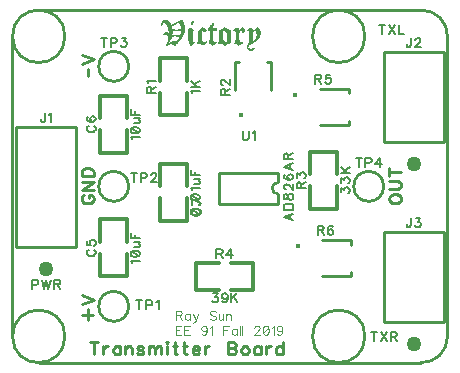
<source format=gbr>
G04 DipTrace 3.3.1.3*
G04 TopSilk.gbr*
%MOIN*%
G04 #@! TF.FileFunction,Legend,Top*
G04 #@! TF.Part,Single*
%ADD10C,0.009843*%
%ADD12C,0.003*%
%ADD16C,0.01*%
%ADD19C,0.012*%
%ADD22C,0.05*%
%ADD25C,0.015748*%
%ADD28C,0.015761*%
%ADD59C,0.006562*%
%ADD60C,0.008749*%
%ADD61C,0.004632*%
%FSLAX26Y26*%
G04*
G70*
G90*
G75*
G01*
G04 TopSilk*
%LPD*%
X305000Y300000D2*
D19*
Y374993D1*
X395000Y300000D2*
Y374993D1*
Y415007D2*
Y490000D1*
X305000Y415007D2*
Y490000D1*
X395000Y300000D2*
X305000D1*
X395000Y490000D2*
X305000D1*
Y712500D2*
Y787493D1*
X395000Y712500D2*
Y787493D1*
Y827507D2*
Y902500D1*
X305000Y827507D2*
Y902500D1*
X395000Y712500D2*
X305000D1*
X395000Y902500D2*
X305000D1*
X595000Y675000D2*
Y600007D1*
X505000Y675000D2*
Y600007D1*
Y559993D2*
Y485000D1*
X595000Y559993D2*
Y485000D1*
X505000Y675000D2*
X595000D1*
X505000Y485000D2*
X595000D1*
D22*
X125000Y324213D3*
X25000Y399213D2*
D10*
X225000D1*
Y799213D1*
X25000D1*
Y399213D1*
D22*
X1350000Y674213D3*
X1250000Y749213D2*
D10*
X1450000D1*
Y1049213D1*
X1250000D1*
Y749213D1*
D22*
X1350000Y74213D3*
X1250000Y149213D2*
D10*
X1450000D1*
Y449213D1*
X1250000D1*
Y149213D1*
X505000Y837500D2*
D19*
Y912493D1*
X595000Y837500D2*
Y912493D1*
Y952507D2*
Y1027500D1*
X505000Y952507D2*
Y1027500D1*
X595000Y837500D2*
X505000D1*
X595000Y1027500D2*
X505000D1*
X755309Y919629D2*
D10*
Y1015680D1*
X873431Y919629D2*
X873419Y1015680D1*
X755321D2*
X769091Y1015700D1*
X873431Y1015680D2*
X859649Y1015700D1*
D25*
X775000Y838405D3*
X1005000Y525000D2*
D19*
Y599993D1*
X1095000Y525000D2*
Y599993D1*
Y640007D2*
Y715000D1*
X1005000Y640007D2*
Y715000D1*
X1095000Y525000D2*
X1005000D1*
X1095000Y715000D2*
X1005000D1*
X625000Y345000D2*
X699993D1*
X625000Y255000D2*
X699993D1*
X740007D2*
X815000D1*
X740007Y345000D2*
X815000D1*
X625000Y255000D2*
Y345000D1*
X815000Y255000D2*
Y345000D1*
X1036952Y923431D2*
D10*
X1133003D1*
X1036952Y805309D2*
X1133003Y805321D1*
Y923419D2*
X1133023Y909649D1*
X1133003Y805309D2*
X1133023Y819091D1*
D28*
X955728Y903740D3*
X1044629Y419691D2*
D10*
X1140680D1*
X1044629Y301569D2*
X1140680Y301581D1*
Y419679D2*
X1140700Y405909D1*
X1140680Y301569D2*
X1140700Y315351D1*
D28*
X963405Y400000D3*
X300000Y200000D2*
D10*
G02X300000Y200000I50000J0D01*
G01*
Y600000D2*
G02X300000Y600000I50000J0D01*
G01*
Y1000000D2*
G02X300000Y1000000I50000J0D01*
G01*
X1150000Y600000D2*
G02X1150000Y600000I50000J0D01*
G01*
X898427Y644889D2*
X701573D1*
X898427Y542513D2*
X701573D1*
Y644889D2*
Y542513D1*
X898427Y613395D2*
Y644889D1*
Y574006D2*
Y542513D1*
Y613395D2*
G03X898427Y574006I9J-19694D01*
G01*
X100000Y12500D2*
D16*
X1375000D1*
X1350000D1*
X1462500Y100000D2*
Y1100000D1*
X1375000Y1187500D2*
X100000D1*
X12500Y1100000D2*
Y100000D1*
Y1100000D2*
G02X12500Y1100000I87500J0D01*
G01*
X1012500D2*
G02X1012500Y1100000I87500J0D01*
G01*
X12500Y100000D2*
G02X12500Y100000I87500J0D01*
G01*
X1462500Y1100000D2*
G03X1375000Y1187500I-85417J2083D01*
G01*
X1012500Y100000D2*
G02X1012500Y100000I87500J0D01*
G01*
X1375000Y12500D2*
G03X1462500Y100000I2083J85417D01*
G01*
X516781Y1155719D2*
D12*
X524281D1*
X514646Y1154219D2*
X526980D1*
X572281D2*
X576781D1*
X512913Y1152719D2*
X529305D1*
X569281D2*
X577351D1*
X511613Y1151219D2*
X531116D1*
X566281D2*
X577995D1*
X609781D2*
X615781D1*
X510645Y1149719D2*
X532494D1*
X563281D2*
X578692D1*
X609549D2*
X614799D1*
X509924Y1148219D2*
X533662D1*
X560281D2*
X579421D1*
X609177D2*
X613799D1*
X509350Y1146719D2*
X512344D1*
X519781D2*
X534746D1*
X557287D2*
X561838D1*
X568019D2*
X580160D1*
X608783D2*
X612774D1*
X508805Y1145219D2*
X511095D1*
X521281D2*
X535710D1*
X554339D2*
X559030D1*
X568443D2*
X580902D1*
X608463D2*
X611781D1*
X508339Y1143719D2*
X510204D1*
X522775D2*
X536575D1*
X551519D2*
X556390D1*
X569029D2*
X581597D1*
X608092D2*
X610735D1*
X678781D2*
X680281D1*
X508043Y1142219D2*
X509696D1*
X524222D2*
X537416D1*
X548764D2*
X553774D1*
X569703D2*
X582157D1*
X607512D2*
X609548D1*
X677338D2*
X680281D1*
X507884Y1140719D2*
X509440D1*
X525525D2*
X538313D1*
X545689D2*
X551042D1*
X570424D2*
X582546D1*
X606781D2*
X608281D1*
X676030D2*
X680275D1*
X507781Y1139219D2*
X509281D1*
X526607D2*
X539281D1*
X541948D2*
X548245D1*
X571162D2*
X582907D1*
X674890D2*
X680222D1*
X527479Y1137719D2*
X545617D1*
X571903D2*
X583341D1*
X673774D2*
X680031D1*
X528161Y1136219D2*
X543508D1*
X572597D2*
X583757D1*
X672536D2*
X679672D1*
X528719Y1134719D2*
X541898D1*
X573151D2*
X584030D1*
X671175D2*
X679287D1*
X529266Y1133219D2*
X541391D1*
X573494D2*
X584173D1*
X669745D2*
X679026D1*
X529782Y1131719D2*
X541571D1*
X573716D2*
X584238D1*
X668324D2*
X678886D1*
X530267Y1130219D2*
X541851D1*
X573970D2*
X584265D1*
X644281D2*
X645781D1*
X667031D2*
X678820D1*
X717781D2*
X719281D1*
X759781D2*
D3*
X779281D2*
D3*
X804781D2*
D3*
X828781D2*
D3*
X530778Y1128719D2*
X542089D1*
X574315D2*
X584275D1*
X602281D2*
X606781D1*
X642543D2*
X648262D1*
X665952D2*
X690781D1*
X715467D2*
X721594D1*
X757588D2*
X761281D1*
X777268D2*
X780781D1*
X802588D2*
X806281D1*
X826588D2*
X830281D1*
X531230Y1127219D2*
X542335D1*
X574688D2*
X584279D1*
X600787D2*
X608794D1*
X640619D2*
X650751D1*
X665088D2*
X690781D1*
X712851D2*
X724216D1*
X755658D2*
X762719D1*
X775310D2*
X781588D1*
X800658D2*
X807718D1*
X824652D2*
X831211D1*
X531525Y1125719D2*
X542643D1*
X572933D2*
X584280D1*
X599351D2*
X610744D1*
X638545D2*
X653153D1*
X664455D2*
X690781D1*
X709943D2*
X727178D1*
X753940D2*
X763986D1*
X773411D2*
X782652D1*
X798945D2*
X808967D1*
X822881D2*
X832066D1*
X531728Y1124219D2*
X547868D1*
X566545D2*
X584281D1*
X598160D2*
X612552D1*
X636482D2*
X655088D1*
X664061D2*
X690781D1*
X706988D2*
X730323D1*
X752343D2*
X764973D1*
X771300D2*
X783869D1*
X797406D2*
X809858D1*
X821081D2*
X832870D1*
X531987Y1122719D2*
X556118D1*
X556359D2*
X584281D1*
X597268D2*
X614281D1*
X634707D2*
X656507D1*
X669781D2*
X678781D1*
X704502D2*
X733169D1*
X750803D2*
X765781D1*
X768706D2*
X784964D1*
X796099D2*
X810366D1*
X819069D2*
X833641D1*
X532373Y1121219D2*
X570781D1*
X575224D2*
X584275D1*
X597354D2*
X613299D1*
X633288D2*
X656601D1*
X669781D2*
X678781D1*
X702572D2*
X711781D1*
X714480D2*
X735522D1*
X749281D2*
X750781D1*
X753492D2*
X770281D1*
X775019D2*
X785806D1*
X795096D2*
X795781D1*
X798486D2*
X810622D1*
X816702D2*
X834395D1*
X532769Y1119719D2*
X543781D1*
X548281D2*
X566281D1*
X575031D2*
X584222D1*
X598005D2*
X612305D1*
X632768D2*
X655992D1*
X669781D2*
X678781D1*
X701901D2*
X711781D1*
X718293D2*
X736578D1*
X754422D2*
X768844D1*
X775449D2*
X785689D1*
X794281D2*
D3*
X799369D2*
X810781D1*
X813886D2*
X816781D1*
X823019D2*
X835095D1*
X533034Y1118219D2*
X543781D1*
X574672D2*
X584031D1*
X598583D2*
X611339D1*
X632488D2*
X641281D1*
X647281D2*
X655362D1*
X669781D2*
X678781D1*
X701542D2*
X711781D1*
X721487D2*
X736954D1*
X755115D2*
X767595D1*
X776087D2*
X784755D1*
X799924D2*
X815287D1*
X823443D2*
X835650D1*
X533169Y1116719D2*
X543775D1*
X574287D2*
X583666D1*
X598951D2*
X610595D1*
X632362D2*
X641281D1*
X650281D2*
X654781D1*
X669781D2*
X678781D1*
X701382D2*
X711781D1*
X723872D2*
X737147D1*
X755718D2*
X766704D1*
X776954D2*
X783559D1*
X800359D2*
X813845D1*
X824023D2*
X835987D1*
X533176Y1115219D2*
X543722D1*
X574020D2*
X583229D1*
X599141D2*
X610154D1*
X632311D2*
X641281D1*
X669781D2*
X678781D1*
X701318D2*
X711781D1*
X725644D2*
X737230D1*
X756208D2*
X766198D1*
X778061D2*
X782200D1*
X800824D2*
X812595D1*
X824650D2*
X836157D1*
X519781Y1113719D2*
X527281D1*
X532970D2*
X543531D1*
X573828D2*
X582776D1*
X599226D2*
X609937D1*
X632291D2*
X641281D1*
X669781D2*
X678781D1*
X701294D2*
X711781D1*
X726235D2*
X737263D1*
X756512D2*
X765953D1*
X779281D2*
X780781D1*
X801250D2*
X811704D1*
X825227D2*
X836232D1*
X518163Y1112219D2*
X530984D1*
X532468D2*
X543172D1*
X573573D2*
X582272D1*
X599260D2*
X609841D1*
X632284D2*
X641281D1*
X669781D2*
X678781D1*
X701285D2*
X711781D1*
X726551D2*
X737275D1*
X756667D2*
X765847D1*
X801528D2*
X811198D1*
X825744D2*
X836263D1*
X516914Y1110719D2*
X542787D1*
X573182D2*
X581771D1*
X599274D2*
X609803D1*
X632282D2*
X641281D1*
X669781D2*
X678781D1*
X701282D2*
X711781D1*
X726692D2*
X737279D1*
X756736D2*
X765805D1*
X801672D2*
X810953D1*
X826268D2*
X836274D1*
X516005Y1109219D2*
X542526D1*
X572734D2*
X581286D1*
X599278D2*
X609789D1*
X632281D2*
X641281D1*
X669781D2*
X678781D1*
X701281D2*
X711781D1*
X726748D2*
X737280D1*
X756764D2*
X765789D1*
X801738D2*
X810847D1*
X826727D2*
X836273D1*
X515281Y1107719D2*
X516781D1*
X525781D2*
X542386D1*
X572272D2*
X580719D1*
X599280D2*
X609784D1*
X632281D2*
X641281D1*
X669781D2*
X678781D1*
X701281D2*
X711781D1*
X726769D2*
X737281D1*
X756775D2*
X765784D1*
X801765D2*
X810805D1*
X827013D2*
X836222D1*
X527275Y1106219D2*
X542320D1*
X571715D2*
X580023D1*
X599281D2*
X609782D1*
X632281D2*
X641281D1*
X669781D2*
X678781D1*
X701281D2*
X711781D1*
X726777D2*
X737281D1*
X756779D2*
X765782D1*
X801775D2*
X810789D1*
X827110D2*
X836031D1*
X528716Y1104719D2*
X542281D1*
X546781D2*
X561781D1*
X571031D2*
X579177D1*
X599281D2*
X609781D1*
X632281D2*
X641281D1*
X669781D2*
X678781D1*
X701281D2*
X711781D1*
X726780D2*
X737281D1*
X756780D2*
X765781D1*
X801779D2*
X810784D1*
X826987D2*
X835666D1*
X529967Y1103219D2*
X568484D1*
X570206D2*
X578225D1*
X599281D2*
X609781D1*
X632281D2*
X641281D1*
X669781D2*
X678781D1*
X701281D2*
X711781D1*
X726780D2*
X737281D1*
X756781D2*
X765781D1*
X801780D2*
X810782D1*
X826650D2*
X835223D1*
X530858Y1101719D2*
X546108D1*
X560954D2*
X577268D1*
X599281D2*
X609781D1*
X632281D2*
X641281D1*
X669781D2*
X678781D1*
X701281D2*
X711781D1*
X726781D2*
X737281D1*
X756781D2*
X765781D1*
X801781D2*
X810781D1*
X826223D2*
X834717D1*
X531364Y1100219D2*
X543284D1*
X565375D2*
X576283D1*
X599281D2*
X609781D1*
X632281D2*
X641281D1*
X669781D2*
X678781D1*
X701281D2*
X711781D1*
X726781D2*
X737281D1*
X756781D2*
X765781D1*
X801781D2*
X810781D1*
X825768D2*
X834022D1*
X531609Y1098719D2*
X541145D1*
X569281D2*
X575267D1*
X599281D2*
X609781D1*
X632281D2*
X641281D1*
X669781D2*
X678781D1*
X701281D2*
X711781D1*
X726781D2*
X737281D1*
X756781D2*
X765781D1*
X801781D2*
X810781D1*
X825218D2*
X833156D1*
X531715Y1097219D2*
X540177D1*
X568351D2*
X574278D1*
X599281D2*
X609781D1*
X632281D2*
X641281D1*
X669781D2*
X678781D1*
X701281D2*
X711781D1*
X726781D2*
X737281D1*
X756781D2*
X765781D1*
X801781D2*
X810781D1*
X824573D2*
X832234D1*
X531757Y1095719D2*
X539452D1*
X567495D2*
X573230D1*
X599281D2*
X609781D1*
X632281D2*
X641281D1*
X669781D2*
X678781D1*
X701281D2*
X711781D1*
X726781D2*
X737281D1*
X756781D2*
X765781D1*
X801781D2*
X810781D1*
X823868D2*
X831214D1*
X531772Y1094219D2*
X538787D1*
X566692D2*
X572025D1*
X599281D2*
X609781D1*
X632281D2*
X641281D1*
X669781D2*
X678781D1*
X701281D2*
X711781D1*
X726781D2*
X737281D1*
X756775D2*
X765781D1*
X801781D2*
X810781D1*
X823090D2*
X830014D1*
X531772Y1092719D2*
X538098D1*
X565915D2*
X570728D1*
X599281D2*
X609781D1*
X632275D2*
X641281D1*
X669775D2*
X678781D1*
X701281D2*
X711781D1*
X726781D2*
X737281D1*
X756722D2*
X765781D1*
X801781D2*
X810781D1*
X822205D2*
X828661D1*
X531721Y1091219D2*
X537382D1*
X565102D2*
X569487D1*
X599281D2*
X609781D1*
X632222D2*
X641281D1*
X669722D2*
X678781D1*
X701281D2*
X711787D1*
X726781D2*
X737281D1*
X756531D2*
X765781D1*
X801781D2*
X810781D1*
X821236D2*
X827178D1*
X531531Y1089719D2*
X536646D1*
X564158D2*
X568373D1*
X599281D2*
X609781D1*
X632031D2*
X641293D1*
X669531D2*
X678787D1*
X701281D2*
X711851D1*
X726781D2*
X737281D1*
X756172D2*
X765787D1*
X801775D2*
X810781D1*
X820260D2*
X825514D1*
X531166Y1088219D2*
X535897D1*
X563041D2*
X567269D1*
X599281D2*
X609787D1*
X631672D2*
X641410D1*
X669166D2*
X678851D1*
X701275D2*
X712009D1*
X726781D2*
X737281D1*
X755781D2*
X765845D1*
X801722D2*
X810787D1*
X819156D2*
X823660D1*
X530729Y1086719D2*
X535101D1*
X561845D2*
X566034D1*
X599287D2*
X609839D1*
X631281D2*
X641691D1*
X668723D2*
X679009D1*
X701216D2*
X712792D1*
X726781D2*
X737281D1*
X755467D2*
X766101D1*
X801531D2*
X810844D1*
X817641D2*
X821727D1*
X530270Y1085219D2*
X534209D1*
X560561D2*
X564674D1*
X599339D2*
X610032D1*
X630961D2*
X643134D1*
X668217D2*
X679919D1*
X700972D2*
X714805D1*
X726775D2*
X737275D1*
X755131D2*
X766587D1*
X801172D2*
X811076D1*
X815457D2*
X819769D1*
X529719Y1083719D2*
X533237D1*
X543781D2*
X555781D1*
X559026D2*
X563244D1*
X599531D2*
X610404D1*
X630573D2*
X645392D1*
X657781D2*
X659281D1*
X667534D2*
X681310D1*
X700421D2*
X717524D1*
X726718D2*
X737205D1*
X754651D2*
X767966D1*
X800787D2*
X811588D1*
X812555D2*
X817713D1*
X529074Y1082219D2*
X532272D1*
X540314D2*
X561824D1*
X599890D2*
X610850D1*
X617281D2*
X618781D1*
X629905D2*
X648402D1*
X656281D2*
X657960D1*
X666796D2*
X683007D1*
X689281D2*
X690781D1*
X699660D2*
X720807D1*
X726486D2*
X737029D1*
X754004D2*
X769859D1*
X777781D2*
X779281D1*
X800520D2*
X815521D1*
X528374Y1080719D2*
X531289D1*
X537199D2*
X560525D1*
X600280D2*
X611281D1*
X614375D2*
X617455D1*
X628919D2*
X651781D1*
X654781D2*
X656445D1*
X666208D2*
X684781D1*
X687781D2*
X689460D1*
X698930D2*
X724454D1*
X725973D2*
X736112D1*
X753197D2*
X772217D1*
X774078D2*
X777955D1*
X800322D2*
X813177D1*
X527643Y1079219D2*
X530314D1*
X534140D2*
X559388D1*
X600601D2*
X615886D1*
X627781D2*
X654878D1*
X666265D2*
X687945D1*
X698281D2*
X733911D1*
X752281D2*
X776386D1*
X800015D2*
X810725D1*
X526897Y1077719D2*
X529486D1*
X530813D2*
X558274D1*
X600989D2*
X614129D1*
X633669D2*
X653328D1*
X668594D2*
X686373D1*
X704737D2*
X731224D1*
X755275D2*
X774623D1*
X799432D2*
X808268D1*
X526110Y1076219D2*
X557036D1*
X601662D2*
X612219D1*
X638147D2*
X651801D1*
X671273D2*
X684765D1*
X709834D2*
X728355D1*
X758218D2*
X772656D1*
X798619D2*
X805789D1*
X525236Y1074719D2*
X533281D1*
X544729D2*
X555675D1*
X602680D2*
X610303D1*
X641473D2*
X650288D1*
X673976D2*
X683006D1*
X713694D2*
X725592D1*
X760986D2*
X770509D1*
X797720D2*
X803332D1*
X524281Y1073219D2*
X530281D1*
X548177D2*
X554242D1*
X603934D2*
X608506D1*
X644281D2*
X648781D1*
X676462D2*
X680981D1*
X716683D2*
X723097D1*
X763473D2*
X768199D1*
X796715D2*
X801092D1*
X525781Y1071719D2*
X527281D1*
X551281D2*
X552781D1*
X605281D2*
X606781D1*
X678781D2*
D3*
X719281D2*
X720781D1*
X765781D2*
D3*
X795576D2*
X799159D1*
X794481Y1070219D2*
X797501D1*
X793659Y1068719D2*
X796156D1*
X793181Y1067219D2*
X795075D1*
X792953Y1065719D2*
X794731D1*
X792910Y1064219D2*
X794603D1*
X793119Y1062719D2*
X795103D1*
X813781D2*
X816781D1*
X793567Y1061219D2*
X796249D1*
X812531D2*
X816480D1*
X794726Y1059719D2*
X799142D1*
X811015D2*
X815977D1*
X796239Y1058219D2*
X803669D1*
X809281D2*
X814617D1*
X798148Y1056719D2*
X812826D1*
X800281Y1055219D2*
X810781D1*
X516781Y1155719D2*
X514646Y1154219D1*
X512913Y1152719D1*
X511613Y1151219D1*
X510645Y1149719D1*
X509924Y1148219D1*
X509350Y1146719D1*
X508805Y1145219D1*
X508339Y1143719D1*
X508043Y1142219D1*
X507884Y1140719D1*
X507781Y1139219D1*
X524281Y1155719D2*
X526980Y1154219D1*
X529305Y1152719D1*
X531116Y1151219D1*
X532494Y1149719D1*
X533662Y1148219D1*
X534746Y1146719D1*
X535710Y1145219D1*
X536575Y1143719D1*
X537416Y1142219D1*
X538313Y1140719D1*
X539281Y1139219D1*
X572281Y1154219D2*
X569281Y1152719D1*
X566281Y1151219D1*
X563281Y1149719D1*
X560281Y1148219D1*
X557287Y1146719D1*
X554339Y1145219D1*
X551519Y1143719D1*
X548764Y1142219D1*
X545689Y1140719D1*
X541948Y1139219D1*
X537781Y1137719D1*
X576781Y1154219D2*
X577351Y1152719D1*
X577995Y1151219D1*
X578692Y1149719D1*
X579421Y1148219D1*
X580160Y1146719D1*
X580902Y1145219D1*
X581597Y1143719D1*
X582157Y1142219D1*
X582546Y1140719D1*
X582907Y1139219D1*
X583341Y1137719D1*
X583757Y1136219D1*
X584030Y1134719D1*
X584173Y1133219D1*
X584238Y1131719D1*
X584265Y1130219D1*
X584275Y1128719D1*
X584279Y1127219D1*
X584280Y1125719D1*
X584281Y1124219D1*
Y1122719D1*
X584275Y1121219D1*
X584222Y1119719D1*
X584031Y1118219D1*
X583666Y1116719D1*
X583229Y1115219D1*
X582776Y1113719D1*
X582272Y1112219D1*
X581771Y1110719D1*
X581286Y1109219D1*
X580719Y1107719D1*
X580023Y1106219D1*
X579177Y1104719D1*
X578225Y1103219D1*
X577268Y1101719D1*
X576283Y1100219D1*
X575267Y1098719D1*
X574278Y1097219D1*
X573230Y1095719D1*
X572025Y1094219D1*
X570728Y1092719D1*
X569487Y1091219D1*
X568373Y1089719D1*
X567269Y1088219D1*
X566034Y1086719D1*
X564674Y1085219D1*
X563244Y1083719D1*
X561824Y1082219D1*
X560525Y1080719D1*
X559388Y1079219D1*
X558274Y1077719D1*
X557036Y1076219D1*
X555675Y1074719D1*
X554242Y1073219D1*
X552781Y1071719D1*
X609781Y1151219D2*
X609549Y1149719D1*
X609177Y1148219D1*
X608783Y1146719D1*
X608463Y1145219D1*
X608092Y1143719D1*
X607512Y1142219D1*
X606781Y1140719D1*
X615781Y1151219D2*
X614799Y1149719D1*
X613799Y1148219D1*
X612774Y1146719D1*
X611781Y1145219D1*
X610735Y1143719D1*
X609548Y1142219D1*
X608281Y1140719D1*
X513781Y1148219D2*
X512344Y1146719D1*
X511095Y1145219D1*
X510204Y1143719D1*
X509696Y1142219D1*
X509440Y1140719D1*
X509281Y1139219D1*
X518281Y1148219D2*
X519781Y1146719D1*
X521281Y1145219D1*
X522775Y1143719D1*
X524222Y1142219D1*
X525525Y1140719D1*
X526607Y1139219D1*
X527479Y1137719D1*
X528161Y1136219D1*
X528719Y1134719D1*
X529266Y1133219D1*
X529782Y1131719D1*
X530267Y1130219D1*
X530778Y1128719D1*
X531230Y1127219D1*
X531525Y1125719D1*
X531728Y1124219D1*
X531987Y1122719D1*
X532373Y1121219D1*
X532769Y1119719D1*
X533034Y1118219D1*
X533169Y1116719D1*
X533176Y1115219D1*
X532970Y1113719D1*
X532468Y1112219D1*
X531781Y1110719D1*
X564781Y1148219D2*
X561838Y1146719D1*
X559030Y1145219D1*
X556390Y1143719D1*
X553774Y1142219D1*
X551042Y1140719D1*
X548245Y1139219D1*
X545617Y1137719D1*
X543508Y1136219D1*
X541898Y1134719D1*
X541391Y1133219D1*
X541571Y1131719D1*
X541851Y1130219D1*
X542089Y1128719D1*
X542335Y1127219D1*
X542643Y1125719D1*
X547868Y1124219D1*
X556118Y1122719D1*
X566281Y1121219D1*
X567781Y1148219D2*
X568019Y1146719D1*
X568443Y1145219D1*
X569029Y1143719D1*
X569703Y1142219D1*
X570424Y1140719D1*
X571162Y1139219D1*
X571903Y1137719D1*
X572597Y1136219D1*
X573151Y1134719D1*
X573494Y1133219D1*
X573716Y1131719D1*
X573970Y1130219D1*
X574315Y1128719D1*
X574688Y1127219D1*
X572933Y1125719D1*
X566545Y1124219D1*
X556359Y1122719D1*
X543781Y1121219D1*
X678781Y1143719D2*
X677338Y1142219D1*
X676030Y1140719D1*
X674890Y1139219D1*
X673774Y1137719D1*
X672536Y1136219D1*
X671175Y1134719D1*
X669745Y1133219D1*
X668324Y1131719D1*
X667031Y1130219D1*
X665952Y1128719D1*
X665088Y1127219D1*
X664455Y1125719D1*
X664061Y1124219D1*
X663781Y1122719D1*
X669781D1*
Y1121219D1*
Y1119719D1*
Y1118219D1*
Y1116719D1*
Y1115219D1*
Y1113719D1*
Y1112219D1*
Y1110719D1*
Y1109219D1*
Y1107719D1*
Y1106219D1*
Y1104719D1*
Y1103219D1*
Y1101719D1*
Y1100219D1*
Y1098719D1*
Y1097219D1*
Y1095719D1*
Y1094219D1*
X669775Y1092719D1*
X669722Y1091219D1*
X669531Y1089719D1*
X669166Y1088219D1*
X668723Y1086719D1*
X668217Y1085219D1*
X667534Y1083719D1*
X666796Y1082219D1*
X666208Y1080719D1*
X666265Y1079219D1*
X668594Y1077719D1*
X671273Y1076219D1*
X673976Y1074719D1*
X676462Y1073219D1*
X678781Y1071719D1*
X680281Y1143719D2*
Y1142219D1*
X680275Y1140719D1*
X680222Y1139219D1*
X680031Y1137719D1*
X679672Y1136219D1*
X679287Y1134719D1*
X679026Y1133219D1*
X678886Y1131719D1*
X678820Y1130219D1*
X678781Y1128719D1*
X690781D1*
Y1127219D1*
Y1125719D1*
Y1124219D1*
Y1122719D1*
X678781D1*
Y1121219D1*
Y1119719D1*
Y1118219D1*
Y1116719D1*
Y1115219D1*
Y1113719D1*
Y1112219D1*
Y1110719D1*
Y1109219D1*
Y1107719D1*
Y1106219D1*
Y1104719D1*
Y1103219D1*
Y1101719D1*
Y1100219D1*
Y1098719D1*
Y1097219D1*
Y1095719D1*
Y1094219D1*
Y1092719D1*
Y1091219D1*
X678787Y1089719D1*
X678851Y1088219D1*
X679009Y1086719D1*
X679919Y1085219D1*
X681310Y1083719D1*
X683007Y1082219D1*
X684781Y1080719D1*
X644281Y1130219D2*
X642543Y1128719D1*
X640619Y1127219D1*
X638545Y1125719D1*
X636482Y1124219D1*
X634707Y1122719D1*
X633288Y1121219D1*
X632768Y1119719D1*
X632488Y1118219D1*
X632362Y1116719D1*
X632311Y1115219D1*
X632291Y1113719D1*
X632284Y1112219D1*
X632282Y1110719D1*
X632281Y1109219D1*
Y1107719D1*
Y1106219D1*
Y1104719D1*
Y1103219D1*
Y1101719D1*
Y1100219D1*
Y1098719D1*
Y1097219D1*
Y1095719D1*
Y1094219D1*
X632275Y1092719D1*
X632222Y1091219D1*
X632031Y1089719D1*
X631672Y1088219D1*
X631281Y1086719D1*
X630961Y1085219D1*
X630573Y1083719D1*
X629905Y1082219D1*
X628919Y1080719D1*
X627781Y1079219D1*
X633669Y1077719D1*
X638147Y1076219D1*
X641473Y1074719D1*
X644281Y1073219D1*
X645781Y1130219D2*
X648262Y1128719D1*
X650751Y1127219D1*
X653153Y1125719D1*
X655088Y1124219D1*
X656507Y1122719D1*
X656601Y1121219D1*
X655992Y1119719D1*
X655362Y1118219D1*
X654781Y1116719D1*
X717781Y1130219D2*
X715467Y1128719D1*
X712851Y1127219D1*
X709943Y1125719D1*
X706988Y1124219D1*
X704502Y1122719D1*
X702572Y1121219D1*
X701901Y1119719D1*
X701542Y1118219D1*
X701382Y1116719D1*
X701318Y1115219D1*
X701294Y1113719D1*
X701285Y1112219D1*
X701282Y1110719D1*
X701281Y1109219D1*
Y1107719D1*
Y1106219D1*
Y1104719D1*
Y1103219D1*
Y1101719D1*
Y1100219D1*
Y1098719D1*
Y1097219D1*
Y1095719D1*
Y1094219D1*
Y1092719D1*
Y1091219D1*
Y1089719D1*
X701275Y1088219D1*
X701216Y1086719D1*
X700972Y1085219D1*
X700421Y1083719D1*
X699660Y1082219D1*
X698930Y1080719D1*
X698281Y1079219D1*
X704737Y1077719D1*
X709834Y1076219D1*
X713694Y1074719D1*
X716683Y1073219D1*
X719281Y1071719D1*
Y1130219D2*
X721594Y1128719D1*
X724216Y1127219D1*
X727178Y1125719D1*
X730323Y1124219D1*
X733169Y1122719D1*
X735522Y1121219D1*
X736578Y1119719D1*
X736954Y1118219D1*
X737147Y1116719D1*
X737230Y1115219D1*
X737263Y1113719D1*
X737275Y1112219D1*
X737279Y1110719D1*
X737280Y1109219D1*
X737281Y1107719D1*
Y1106219D1*
Y1104719D1*
Y1103219D1*
Y1101719D1*
Y1100219D1*
Y1098719D1*
Y1097219D1*
Y1095719D1*
Y1094219D1*
Y1092719D1*
Y1091219D1*
Y1089719D1*
Y1088219D1*
Y1086719D1*
X737275Y1085219D1*
X737205Y1083719D1*
X737029Y1082219D1*
X736112Y1080719D1*
X733911Y1079219D1*
X731224Y1077719D1*
X728355Y1076219D1*
X725592Y1074719D1*
X723097Y1073219D1*
X720781Y1071719D1*
X759781Y1130219D2*
X757588Y1128719D1*
X755658Y1127219D1*
X753940Y1125719D1*
X752343Y1124219D1*
X750803Y1122719D1*
X749281Y1121219D1*
X779281Y1130219D2*
X777268Y1128719D1*
X775310Y1127219D1*
X773411Y1125719D1*
X771300Y1124219D1*
X768706Y1122719D1*
X765781Y1121219D1*
X804781Y1130219D2*
X802588Y1128719D1*
X800658Y1127219D1*
X798945Y1125719D1*
X797406Y1124219D1*
X796099Y1122719D1*
X795096Y1121219D1*
X794281Y1119719D1*
X828781Y1130219D2*
X826588Y1128719D1*
X824652Y1127219D1*
X822881Y1125719D1*
X821081Y1124219D1*
X819069Y1122719D1*
X816702Y1121219D1*
X813886Y1119719D1*
X810781Y1118219D1*
X602281Y1128719D2*
X600787Y1127219D1*
X599351Y1125719D1*
X598160Y1124219D1*
X597268Y1122719D1*
X597354Y1121219D1*
X598005Y1119719D1*
X598583Y1118219D1*
X598951Y1116719D1*
X599141Y1115219D1*
X599226Y1113719D1*
X599260Y1112219D1*
X599274Y1110719D1*
X599278Y1109219D1*
X599280Y1107719D1*
X599281Y1106219D1*
Y1104719D1*
Y1103219D1*
Y1101719D1*
Y1100219D1*
Y1098719D1*
Y1097219D1*
Y1095719D1*
Y1094219D1*
Y1092719D1*
Y1091219D1*
Y1089719D1*
Y1088219D1*
X599287Y1086719D1*
X599339Y1085219D1*
X599531Y1083719D1*
X599890Y1082219D1*
X600280Y1080719D1*
X600601Y1079219D1*
X600989Y1077719D1*
X601662Y1076219D1*
X602680Y1074719D1*
X603934Y1073219D1*
X605281Y1071719D1*
X606781Y1128719D2*
X608794Y1127219D1*
X610744Y1125719D1*
X612552Y1124219D1*
X614281Y1122719D1*
X613299Y1121219D1*
X612305Y1119719D1*
X611339Y1118219D1*
X610595Y1116719D1*
X610154Y1115219D1*
X609937Y1113719D1*
X609841Y1112219D1*
X609803Y1110719D1*
X609789Y1109219D1*
X609784Y1107719D1*
X609782Y1106219D1*
X609781Y1104719D1*
Y1103219D1*
Y1101719D1*
Y1100219D1*
Y1098719D1*
Y1097219D1*
Y1095719D1*
Y1094219D1*
Y1092719D1*
Y1091219D1*
Y1089719D1*
X609787Y1088219D1*
X609839Y1086719D1*
X610032Y1085219D1*
X610404Y1083719D1*
X610850Y1082219D1*
X611281Y1080719D1*
X761281Y1128719D2*
X762719Y1127219D1*
X763986Y1125719D1*
X764973Y1124219D1*
X765781Y1122719D1*
X780781Y1128719D2*
X781588Y1127219D1*
X782652Y1125719D1*
X783869Y1124219D1*
X784964Y1122719D1*
X785806Y1121219D1*
X785689Y1119719D1*
X784755Y1118219D1*
X783559Y1116719D1*
X782200Y1115219D1*
X780781Y1113719D1*
X806281Y1128719D2*
X807718Y1127219D1*
X808967Y1125719D1*
X809858Y1124219D1*
X810366Y1122719D1*
X810622Y1121219D1*
X810781Y1119719D1*
X830281Y1128719D2*
X831211Y1127219D1*
X832066Y1125719D1*
X832870Y1124219D1*
X833641Y1122719D1*
X834395Y1121219D1*
X835095Y1119719D1*
X835650Y1118219D1*
X835987Y1116719D1*
X836157Y1115219D1*
X836232Y1113719D1*
X836263Y1112219D1*
X836274Y1110719D1*
X836273Y1109219D1*
X836222Y1107719D1*
X836031Y1106219D1*
X835666Y1104719D1*
X835223Y1103219D1*
X834717Y1101719D1*
X834022Y1100219D1*
X833156Y1098719D1*
X832234Y1097219D1*
X831214Y1095719D1*
X830014Y1094219D1*
X828661Y1092719D1*
X827178Y1091219D1*
X825514Y1089719D1*
X823660Y1088219D1*
X821727Y1086719D1*
X819769Y1085219D1*
X817713Y1083719D1*
X815521Y1082219D1*
X813177Y1080719D1*
X810725Y1079219D1*
X808268Y1077719D1*
X805789Y1076219D1*
X803332Y1074719D1*
X801092Y1073219D1*
X799159Y1071719D1*
X797501Y1070219D1*
X796156Y1068719D1*
X795075Y1067219D1*
X794731Y1065719D1*
X794603Y1064219D1*
X795103Y1062719D1*
X796249Y1061219D1*
X799142Y1059719D1*
X803669Y1058219D1*
X809281Y1056719D1*
X575281Y1122719D2*
X570781Y1121219D1*
X566281Y1119719D1*
X575281Y1122719D2*
X575224Y1121219D1*
X575031Y1119719D1*
X574672Y1118219D1*
X574287Y1116719D1*
X574020Y1115219D1*
X573828Y1113719D1*
X573573Y1112219D1*
X573182Y1110719D1*
X572734Y1109219D1*
X572272Y1107719D1*
X571715Y1106219D1*
X571031Y1104719D1*
X570206Y1103219D1*
X569281Y1101719D1*
X711781Y1122719D2*
Y1121219D1*
Y1119719D1*
Y1118219D1*
Y1116719D1*
Y1115219D1*
Y1113719D1*
Y1112219D1*
Y1110719D1*
Y1109219D1*
Y1107719D1*
Y1106219D1*
Y1104719D1*
Y1103219D1*
Y1101719D1*
Y1100219D1*
Y1098719D1*
Y1097219D1*
Y1095719D1*
Y1094219D1*
Y1092719D1*
X711787Y1091219D1*
X711851Y1089719D1*
X712009Y1088219D1*
X712792Y1086719D1*
X714805Y1085219D1*
X717524Y1083719D1*
X720807Y1082219D1*
X724454Y1080719D1*
X728281Y1079219D1*
X710281Y1122719D2*
X714480Y1121219D1*
X718293Y1119719D1*
X721487Y1118219D1*
X723872Y1116719D1*
X725644Y1115219D1*
X726235Y1113719D1*
X726551Y1112219D1*
X726692Y1110719D1*
X726748Y1109219D1*
X726769Y1107719D1*
X726777Y1106219D1*
X726780Y1104719D1*
Y1103219D1*
X726781Y1101719D1*
Y1100219D1*
Y1098719D1*
Y1097219D1*
Y1095719D1*
Y1094219D1*
Y1092719D1*
Y1091219D1*
Y1089719D1*
Y1088219D1*
Y1086719D1*
X726775Y1085219D1*
X726718Y1083719D1*
X726486Y1082219D1*
X725973Y1080719D1*
X725281Y1079219D1*
X750781Y1121219D2*
X752281Y1122719D2*
X753492Y1121219D1*
X754422Y1119719D1*
X755115Y1118219D1*
X755718Y1116719D1*
X756208Y1115219D1*
X756512Y1113719D1*
X756667Y1112219D1*
X756736Y1110719D1*
X756764Y1109219D1*
X756775Y1107719D1*
X756779Y1106219D1*
X756780Y1104719D1*
X756781Y1103219D1*
Y1101719D1*
Y1100219D1*
Y1098719D1*
Y1097219D1*
Y1095719D1*
X756775Y1094219D1*
X756722Y1092719D1*
X756531Y1091219D1*
X756172Y1089719D1*
X755781Y1088219D1*
X755467Y1086719D1*
X755131Y1085219D1*
X754651Y1083719D1*
X754004Y1082219D1*
X753197Y1080719D1*
X752281Y1079219D1*
X755275Y1077719D1*
X758218Y1076219D1*
X760986Y1074719D1*
X763473Y1073219D1*
X765781Y1071719D1*
X770281Y1121219D2*
X768844Y1119719D1*
X767595Y1118219D1*
X766704Y1116719D1*
X766198Y1115219D1*
X765953Y1113719D1*
X765847Y1112219D1*
X765805Y1110719D1*
X765789Y1109219D1*
X765784Y1107719D1*
X765782Y1106219D1*
X765781Y1104719D1*
Y1103219D1*
Y1101719D1*
Y1100219D1*
Y1098719D1*
Y1097219D1*
Y1095719D1*
Y1094219D1*
Y1092719D1*
Y1091219D1*
X765787Y1089719D1*
X765845Y1088219D1*
X766101Y1086719D1*
X766587Y1085219D1*
X767966Y1083719D1*
X769859Y1082219D1*
X772217Y1080719D1*
X774781Y1079219D1*
Y1122719D2*
X775019Y1121219D1*
X775449Y1119719D1*
X776087Y1118219D1*
X776954Y1116719D1*
X778061Y1115219D1*
X779281Y1113719D1*
X795781Y1121219D2*
X794281Y1119719D1*
X797281Y1122719D2*
X798486Y1121219D1*
X799369Y1119719D1*
X799924Y1118219D1*
X800359Y1116719D1*
X800824Y1115219D1*
X801250Y1113719D1*
X801528Y1112219D1*
X801672Y1110719D1*
X801738Y1109219D1*
X801765Y1107719D1*
X801775Y1106219D1*
X801779Y1104719D1*
X801780Y1103219D1*
X801781Y1101719D1*
Y1100219D1*
Y1098719D1*
Y1097219D1*
Y1095719D1*
Y1094219D1*
Y1092719D1*
Y1091219D1*
X801775Y1089719D1*
X801722Y1088219D1*
X801531Y1086719D1*
X801172Y1085219D1*
X800787Y1083719D1*
X800520Y1082219D1*
X800322Y1080719D1*
X800015Y1079219D1*
X799432Y1077719D1*
X798619Y1076219D1*
X797720Y1074719D1*
X796715Y1073219D1*
X795576Y1071719D1*
X794481Y1070219D1*
X793659Y1068719D1*
X793181Y1067219D1*
X792953Y1065719D1*
X792910Y1064219D1*
X793119Y1062719D1*
X793567Y1061219D1*
X794726Y1059719D1*
X796239Y1058219D1*
X798148Y1056719D1*
X800281Y1055219D1*
X543781Y1121219D2*
Y1119719D1*
Y1118219D1*
X543775Y1116719D1*
X543722Y1115219D1*
X543531Y1113719D1*
X543172Y1112219D1*
X542787Y1110719D1*
X542526Y1109219D1*
X542386Y1107719D1*
X542320Y1106219D1*
X542281Y1104719D1*
X546781Y1121219D2*
X548281Y1119719D1*
X816781D2*
X815287Y1118219D1*
X813845Y1116719D1*
X812595Y1115219D1*
X811704Y1113719D1*
X811198Y1112219D1*
X810953Y1110719D1*
X810847Y1109219D1*
X810805Y1107719D1*
X810789Y1106219D1*
X810784Y1104719D1*
X810782Y1103219D1*
X810781Y1101719D1*
Y1100219D1*
Y1098719D1*
Y1097219D1*
Y1095719D1*
Y1094219D1*
Y1092719D1*
Y1091219D1*
Y1089719D1*
X810787Y1088219D1*
X810844Y1086719D1*
X811076Y1085219D1*
X811588Y1083719D1*
X812281Y1082219D1*
X822781Y1121219D2*
X823019Y1119719D1*
X823443Y1118219D1*
X824023Y1116719D1*
X824650Y1115219D1*
X825227Y1113719D1*
X825744Y1112219D1*
X826268Y1110719D1*
X826727Y1109219D1*
X827013Y1107719D1*
X827110Y1106219D1*
X826987Y1104719D1*
X826650Y1103219D1*
X826223Y1101719D1*
X825768Y1100219D1*
X825218Y1098719D1*
X824573Y1097219D1*
X823868Y1095719D1*
X823090Y1094219D1*
X822205Y1092719D1*
X821236Y1091219D1*
X820260Y1089719D1*
X819156Y1088219D1*
X817641Y1086719D1*
X815457Y1085219D1*
X812555Y1083719D1*
X809281Y1082219D1*
X641281Y1119719D2*
Y1118219D1*
Y1116719D1*
Y1115219D1*
Y1113719D1*
Y1112219D1*
Y1110719D1*
Y1109219D1*
Y1107719D1*
Y1106219D1*
Y1104719D1*
Y1103219D1*
Y1101719D1*
Y1100219D1*
Y1098719D1*
Y1097219D1*
Y1095719D1*
Y1094219D1*
Y1092719D1*
Y1091219D1*
X641293Y1089719D1*
X641410Y1088219D1*
X641691Y1086719D1*
X643134Y1085219D1*
X645392Y1083719D1*
X648402Y1082219D1*
X651781Y1080719D1*
X644281Y1119719D2*
X647281Y1118219D1*
X650281Y1116719D1*
X519781Y1113719D2*
X518163Y1112219D1*
X516914Y1110719D1*
X516005Y1109219D1*
X515281Y1107719D1*
X527281Y1113719D2*
X530984Y1112219D1*
X534781Y1110719D1*
X518281Y1109219D2*
X516781Y1107719D1*
X524281Y1109219D2*
X525781Y1107719D1*
X527275Y1106219D1*
X528716Y1104719D1*
X529967Y1103219D1*
X530858Y1101719D1*
X531364Y1100219D1*
X531609Y1098719D1*
X531715Y1097219D1*
X531757Y1095719D1*
X531772Y1094219D1*
Y1092719D1*
X531721Y1091219D1*
X531531Y1089719D1*
X531166Y1088219D1*
X530729Y1086719D1*
X530270Y1085219D1*
X529719Y1083719D1*
X529074Y1082219D1*
X528374Y1080719D1*
X527643Y1079219D1*
X526897Y1077719D1*
X526110Y1076219D1*
X525236Y1074719D1*
X524281Y1073219D1*
X525781Y1071719D1*
X546781Y1104719D2*
X545281Y1103219D1*
X561781Y1104719D2*
X568484Y1103219D1*
X575281Y1101719D1*
X549781Y1103219D2*
X546108Y1101719D1*
X543284Y1100219D1*
X541145Y1098719D1*
X540177Y1097219D1*
X539452Y1095719D1*
X538787Y1094219D1*
X538098Y1092719D1*
X537382Y1091219D1*
X536646Y1089719D1*
X535897Y1088219D1*
X535101Y1086719D1*
X534209Y1085219D1*
X533237Y1083719D1*
X532272Y1082219D1*
X531289Y1080719D1*
X530314Y1079219D1*
X529486Y1077719D1*
X528781Y1076219D1*
X555781Y1103219D2*
X560954Y1101719D1*
X565375Y1100219D1*
X569281Y1098719D1*
X568351Y1097219D1*
X567495Y1095719D1*
X566692Y1094219D1*
X565915Y1092719D1*
X565102Y1091219D1*
X564158Y1089719D1*
X563041Y1088219D1*
X561845Y1086719D1*
X560561Y1085219D1*
X559026Y1083719D1*
X557281Y1082219D1*
X543781Y1083719D2*
X540314Y1082219D1*
X537199Y1080719D1*
X534140Y1079219D1*
X530813Y1077719D1*
X527281Y1076219D1*
X555781Y1083719D2*
X557281Y1082219D1*
X657781Y1083719D2*
X656281Y1082219D1*
X654781Y1080719D1*
X659281Y1083719D2*
X657960Y1082219D1*
X656445Y1080719D1*
X654878Y1079219D1*
X653328Y1077719D1*
X651801Y1076219D1*
X650288Y1074719D1*
X648781Y1073219D1*
X617281Y1082219D2*
X614375Y1080719D1*
X611281Y1079219D1*
X618781Y1082219D2*
X617455Y1080719D1*
X615886Y1079219D1*
X614129Y1077719D1*
X612219Y1076219D1*
X610303Y1074719D1*
X608506Y1073219D1*
X606781Y1071719D1*
X689281Y1082219D2*
X687781Y1080719D1*
X690781Y1082219D2*
X689460Y1080719D1*
X687945Y1079219D1*
X686373Y1077719D1*
X684765Y1076219D1*
X683006Y1074719D1*
X680981Y1073219D1*
X678781Y1071719D1*
X777781Y1082219D2*
X774078Y1080719D1*
X770281Y1079219D1*
X779281Y1082219D2*
X777955Y1080719D1*
X776386Y1079219D1*
X774623Y1077719D1*
X772656Y1076219D1*
X770509Y1074719D1*
X768199Y1073219D1*
X765781Y1071719D1*
X536281Y1076219D2*
X533281Y1074719D1*
X530281Y1073219D1*
X527281Y1071719D1*
X540781Y1076219D2*
X544729Y1074719D1*
X548177Y1073219D1*
X551281Y1071719D1*
X813781Y1062719D2*
X812531Y1061219D1*
X811015Y1059719D1*
X809281Y1058219D1*
X816781Y1062719D2*
X816480Y1061219D1*
X815977Y1059719D1*
X814617Y1058219D1*
X812826Y1056719D1*
X810781Y1055219D1*
X267264Y389151D2*
D59*
X264412Y387725D1*
X261527Y384840D1*
X260101Y381988D1*
Y376252D1*
X261527Y373366D1*
X264412Y370515D1*
X267264Y369055D1*
X271575Y367629D1*
X278771D1*
X283049Y369055D1*
X285934Y370515D1*
X288786Y373366D1*
X290245Y376251D1*
Y381988D1*
X288786Y384840D1*
X285934Y387725D1*
X283049Y389151D1*
X260134Y419486D2*
Y405160D1*
X273034Y403734D1*
X271608Y405160D1*
X270149Y409471D1*
Y413749D1*
X271608Y418060D1*
X274460Y420945D1*
X278771Y422371D1*
X281623D1*
X285934Y420945D1*
X288819Y418060D1*
X290245Y413749D1*
Y409471D1*
X288819Y405160D1*
X287360Y403734D1*
X284508Y402275D1*
X411910Y344442D2*
X410451Y347327D1*
X406173Y351638D1*
X436284D1*
X406173Y373383D2*
X407599Y369072D1*
X411910Y366187D1*
X419073Y364761D1*
X423384D1*
X430547Y366187D1*
X434858Y369072D1*
X436284Y373383D1*
Y376235D1*
X434858Y380546D1*
X430547Y383398D1*
X423384Y384857D1*
X419073D1*
X411910Y383398D1*
X407599Y380546D1*
X406173Y376235D1*
Y373383D1*
X411910Y383398D2*
X430547Y366187D1*
X416188Y397980D2*
X430547D1*
X434825Y399406D1*
X436284Y402291D1*
Y406602D1*
X434825Y409454D1*
X430547Y413765D1*
X416188D2*
X436284D1*
X406140Y445559D2*
Y426889D1*
X436284D1*
X420499D2*
Y438363D1*
X267264Y802381D2*
X264412Y800955D1*
X261527Y798070D1*
X260101Y795218D1*
Y789481D1*
X261527Y786596D1*
X264412Y783744D1*
X267264Y782285D1*
X271575Y780859D1*
X278771D1*
X283049Y782285D1*
X285934Y783744D1*
X288786Y786596D1*
X290245Y789481D1*
Y795218D1*
X288786Y798070D1*
X285934Y800955D1*
X283049Y802381D1*
X264412Y832715D2*
X261560Y831289D1*
X260134Y826978D1*
Y824126D1*
X261560Y819815D1*
X265871Y816930D1*
X273034Y815504D1*
X280197D1*
X285934Y816930D1*
X288819Y819815D1*
X290245Y824126D1*
Y825552D1*
X288819Y829830D1*
X285934Y832715D1*
X281623Y834141D1*
X280197D1*
X275886Y832715D1*
X273034Y829830D1*
X271608Y825552D1*
Y824126D1*
X273034Y819815D1*
X275886Y816930D1*
X280197Y815504D1*
X411910Y756942D2*
X410451Y759827D1*
X406173Y764138D1*
X436284D1*
X406173Y785883D2*
X407599Y781572D1*
X411910Y778687D1*
X419073Y777261D1*
X423384D1*
X430547Y778687D1*
X434858Y781572D1*
X436284Y785883D1*
Y788735D1*
X434858Y793046D1*
X430547Y795898D1*
X423384Y797357D1*
X419073D1*
X411910Y795898D1*
X407599Y793046D1*
X406173Y788735D1*
Y785883D1*
X411910Y795898D2*
X430547Y778687D1*
X416188Y810480D2*
X430547D1*
X434825Y811906D1*
X436284Y814791D1*
Y819102D1*
X434825Y821954D1*
X430547Y826265D1*
X416188D2*
X436284D1*
X406140Y858059D2*
Y839389D1*
X436284D1*
X420499D2*
Y850863D1*
X617264Y524151D2*
X614412Y522725D1*
X611527Y519840D1*
X610101Y516988D1*
Y511252D1*
X611527Y508366D1*
X614412Y505515D1*
X617264Y504055D1*
X621575Y502629D1*
X628771D1*
X633049Y504055D1*
X635934Y505515D1*
X638786Y508366D1*
X640245Y511251D1*
Y516988D1*
X638786Y519840D1*
X635934Y522725D1*
X633049Y524151D1*
X640245Y543012D2*
X610134Y557371D1*
Y537275D1*
X606173Y513450D2*
X607599Y509139D1*
X611910Y506254D1*
X619073Y504828D1*
X623384D1*
X630547Y506254D1*
X634858Y509139D1*
X636284Y513450D1*
Y516302D1*
X634858Y520613D1*
X630547Y523464D1*
X623384Y524924D1*
X619073D1*
X611910Y523464D1*
X607599Y520613D1*
X606173Y516302D1*
Y513450D1*
X611910Y523464D2*
X630547Y506254D1*
X633399Y539473D2*
X634858Y538047D1*
X636284Y539473D1*
X634858Y540932D1*
X633399Y539473D1*
X606173Y562677D2*
X607599Y558366D1*
X611910Y555481D1*
X619073Y554055D1*
X623384D1*
X630547Y555481D1*
X634858Y558366D1*
X636284Y562677D1*
Y565529D1*
X634858Y569840D1*
X630547Y572692D1*
X623384Y574151D1*
X619073D1*
X611910Y572692D1*
X607599Y569840D1*
X606173Y565529D1*
Y562677D1*
X611910Y572692D2*
X630547Y555481D1*
X611910Y587275D2*
X610451Y590160D1*
X606173Y594471D1*
X636284D1*
X616188Y607594D2*
X630547D1*
X634825Y609020D1*
X636284Y611905D1*
Y616216D1*
X634825Y619068D1*
X630547Y623379D1*
X616188D2*
X636284D1*
X606140Y655173D2*
Y636502D1*
X636284D1*
X620499D2*
Y647976D1*
X122020Y844111D2*
Y821163D1*
X120594Y816852D1*
X119135Y815427D1*
X116283Y813967D1*
X113398D1*
X110546Y815427D1*
X109120Y816852D1*
X107661Y821163D1*
Y824015D1*
X135143Y838341D2*
X138028Y839800D1*
X142339Y844078D1*
Y813967D1*
X77422Y272287D2*
X90355D1*
X94633Y273713D1*
X96092Y275173D1*
X97518Y278024D1*
Y282335D1*
X96092Y285187D1*
X94633Y286646D1*
X90355Y288072D1*
X77422D1*
Y257928D1*
X110641Y288072D2*
X117837Y257928D1*
X125000Y288072D1*
X132163Y257928D1*
X139359Y288072D1*
X152482Y273713D2*
X165382D1*
X169693Y275173D1*
X171152Y276598D1*
X172578Y279450D1*
Y282335D1*
X171152Y285187D1*
X169693Y286646D1*
X165382Y288072D1*
X152482D1*
Y257928D1*
X162530Y273713D2*
X172578Y257928D1*
X1340570Y1094111D2*
Y1071163D1*
X1339144Y1066852D1*
X1337685Y1065427D1*
X1334833Y1063967D1*
X1331948D1*
X1329096Y1065427D1*
X1327670Y1066852D1*
X1326211Y1071163D1*
Y1074015D1*
X1355152Y1086915D2*
Y1088341D1*
X1356578Y1091226D1*
X1358004Y1092652D1*
X1360889Y1094078D1*
X1366626D1*
X1369478Y1092652D1*
X1370904Y1091226D1*
X1372363Y1088341D1*
Y1085489D1*
X1370904Y1082604D1*
X1368052Y1078326D1*
X1353693Y1063967D1*
X1373789D1*
X1243223Y1138072D2*
Y1107928D1*
X1233175Y1138072D2*
X1253271D1*
X1266395D2*
X1286491Y1107928D1*
Y1138072D2*
X1266395Y1107928D1*
X1299614Y1138072D2*
Y1107928D1*
X1316825D1*
X1340570Y494111D2*
Y471163D1*
X1339144Y466852D1*
X1337685Y465427D1*
X1334833Y463967D1*
X1331948D1*
X1329096Y465427D1*
X1327670Y466852D1*
X1326211Y471163D1*
Y474015D1*
X1356578Y494078D2*
X1372330D1*
X1363741Y482604D1*
X1368052D1*
X1370904Y481178D1*
X1372330Y479752D1*
X1373789Y475441D1*
Y472589D1*
X1372330Y468278D1*
X1369478Y465393D1*
X1365167Y463967D1*
X1360856D1*
X1356578Y465393D1*
X1355152Y466852D1*
X1353693Y469704D1*
X1216781Y113072D2*
Y82928D1*
X1206733Y113072D2*
X1226829D1*
X1239952D2*
X1260048Y82928D1*
Y113072D2*
X1239952Y82928D1*
X1273171Y98713D2*
X1286071D1*
X1290382Y100173D1*
X1291841Y101598D1*
X1293267Y104450D1*
Y107335D1*
X1291841Y110187D1*
X1290382Y111646D1*
X1286071Y113072D1*
X1273171D1*
Y82928D1*
X1283219Y98713D2*
X1293267Y82928D1*
X474460Y912292D2*
Y925192D1*
X473001Y929503D1*
X471575Y930962D1*
X468723Y932388D1*
X465838D1*
X462986Y930962D1*
X461527Y929503D1*
X460101Y925192D1*
Y912292D1*
X490245D1*
X474460Y922340D2*
X490245Y932388D1*
X465871Y945512D2*
X464412Y948397D1*
X460134Y952708D1*
X490245D1*
X611910Y912292D2*
X610451Y915177D1*
X606173Y919488D1*
X636284D1*
X606140Y932612D2*
X636284D1*
X606140Y952708D2*
X626236Y932612D1*
X619040Y939775D2*
X636284Y952708D1*
X720838Y904255D2*
Y917154D1*
X719379Y921465D1*
X717953Y922925D1*
X715101Y924350D1*
X712216D1*
X709364Y922925D1*
X707905Y921465D1*
X706479Y917154D1*
Y904255D1*
X736623D1*
X720838Y914303D2*
X736623Y924350D1*
X713675Y938933D2*
X712249D1*
X709364Y940359D1*
X707938Y941785D1*
X706512Y944670D1*
Y950407D1*
X707938Y953259D1*
X709364Y954685D1*
X712249Y956144D1*
X715101D1*
X717986Y954685D1*
X722264Y951833D1*
X736623Y937474D1*
Y957570D1*
X974460Y593342D2*
Y606242D1*
X973001Y610553D1*
X971575Y612012D1*
X968723Y613438D1*
X965838D1*
X962986Y612012D1*
X961527Y610553D1*
X960101Y606242D1*
Y593342D1*
X990245D1*
X974460Y603390D2*
X990245Y613438D1*
X960134Y629447D2*
Y645199D1*
X971608Y636610D1*
Y640921D1*
X973034Y643773D1*
X974460Y645199D1*
X978771Y646658D1*
X981623D1*
X985934Y645199D1*
X988819Y642347D1*
X990245Y638036D1*
Y633725D1*
X988819Y629447D1*
X987360Y628021D1*
X984508Y626562D1*
X1106173Y579618D2*
Y595370D1*
X1117647Y586781D1*
Y591092D1*
X1119073Y593944D1*
X1120499Y595370D1*
X1124810Y596829D1*
X1127662D1*
X1131973Y595370D1*
X1134858Y592518D1*
X1136284Y588207D1*
Y583896D1*
X1134858Y579618D1*
X1133399Y578192D1*
X1130547Y576733D1*
X1106173Y612837D2*
Y628589D1*
X1117647Y620000D1*
Y624311D1*
X1119073Y627163D1*
X1120499Y628589D1*
X1124810Y630048D1*
X1127662D1*
X1131973Y628589D1*
X1134858Y625737D1*
X1136284Y621426D1*
Y617115D1*
X1134858Y612837D1*
X1133399Y611411D1*
X1130547Y609952D1*
X1106140Y643171D2*
X1136284D1*
X1106140Y663267D2*
X1126236Y643171D1*
X1119040Y650334D2*
X1136284Y663267D1*
X692629Y375540D2*
X705529D1*
X709840Y376999D1*
X711299Y378425D1*
X712725Y381277D1*
Y384162D1*
X711299Y387014D1*
X709840Y388473D1*
X705529Y389899D1*
X692629D1*
Y359755D1*
X702677Y375540D2*
X712725Y359755D1*
X740208D2*
Y389866D1*
X725849Y369803D1*
X747371D1*
X680331Y243827D2*
X696083D1*
X687494Y232353D1*
X691805D1*
X694657Y230927D1*
X696083Y229501D1*
X697542Y225190D1*
Y222338D1*
X696083Y218027D1*
X693231Y215142D1*
X688920Y213716D1*
X684609D1*
X680331Y215142D1*
X678905Y216601D1*
X677446Y219453D1*
X729335Y233812D2*
X727876Y229501D1*
X725024Y226616D1*
X720713Y225190D1*
X719287D1*
X714976Y226616D1*
X712124Y229501D1*
X710665Y233812D1*
Y235238D1*
X712124Y239549D1*
X714976Y242401D1*
X719287Y243827D1*
X720713D1*
X725024Y242401D1*
X727876Y239549D1*
X729335Y233812D1*
Y226616D1*
X727876Y219453D1*
X725024Y215142D1*
X720713Y213716D1*
X717861D1*
X713550Y215142D1*
X712124Y218027D1*
X742458Y243860D2*
Y213716D1*
X762554Y243860D2*
X742458Y223764D1*
X749621Y230960D2*
X762554Y213716D1*
X1021577Y957902D2*
X1034477D1*
X1038788Y959361D1*
X1040247Y960787D1*
X1041673Y963639D1*
Y966524D1*
X1040247Y969376D1*
X1038788Y970835D1*
X1034477Y972261D1*
X1021577D1*
Y942117D1*
X1031625Y957902D2*
X1041673Y942117D1*
X1072008Y972228D2*
X1057682D1*
X1056256Y959328D1*
X1057682Y960754D1*
X1061993Y962213D1*
X1066271D1*
X1070582Y960754D1*
X1073467Y957902D1*
X1074893Y953591D1*
Y950739D1*
X1073467Y946428D1*
X1070582Y943543D1*
X1066271Y942117D1*
X1061993D1*
X1057682Y943543D1*
X1056256Y945002D1*
X1054797Y947854D1*
X1029984Y454162D2*
X1042884D1*
X1047195Y455621D1*
X1048654Y457047D1*
X1050080Y459899D1*
Y462784D1*
X1048654Y465636D1*
X1047195Y467095D1*
X1042884Y468521D1*
X1029984D1*
Y438377D1*
X1040032Y454162D2*
X1050080Y438377D1*
X1080414Y464210D2*
X1078988Y467062D1*
X1074677Y468488D1*
X1071825D1*
X1067514Y467062D1*
X1064629Y462751D1*
X1063203Y455588D1*
Y448425D1*
X1064629Y442688D1*
X1067514Y439803D1*
X1071825Y438377D1*
X1073251D1*
X1077529Y439803D1*
X1080414Y442688D1*
X1081840Y446999D1*
Y448425D1*
X1080414Y452736D1*
X1077529Y455588D1*
X1073251Y457014D1*
X1071825D1*
X1067514Y455588D1*
X1064629Y452736D1*
X1063203Y448425D1*
X435731Y219899D2*
Y189755D1*
X425683Y219899D2*
X445779D1*
X458902Y204114D2*
X471835D1*
X476113Y205540D1*
X477572Y206999D1*
X478998Y209851D1*
Y214162D1*
X477572Y217014D1*
X476113Y218473D1*
X471835Y219899D1*
X458902D1*
Y189755D1*
X492121Y214129D2*
X495006Y215588D1*
X499317Y219866D1*
Y189755D1*
X416781Y644899D2*
Y614755D1*
X406733Y644899D2*
X426829D1*
X439952Y629114D2*
X452885D1*
X457163Y630540D1*
X458622Y631999D1*
X460048Y634851D1*
Y639162D1*
X458622Y642014D1*
X457163Y643473D1*
X452885Y644899D1*
X439952D1*
Y614755D1*
X474630Y637703D2*
Y639129D1*
X476056Y642014D1*
X477482Y643440D1*
X480367Y644866D1*
X486104D1*
X488956Y643440D1*
X490382Y642014D1*
X491841Y639129D1*
Y636277D1*
X490382Y633392D1*
X487530Y629114D1*
X473171Y614755D1*
X493267D1*
X316781Y1094899D2*
Y1064755D1*
X306733Y1094899D2*
X326829D1*
X339952Y1079114D2*
X352885D1*
X357163Y1080540D1*
X358622Y1081999D1*
X360048Y1084851D1*
Y1089162D1*
X358622Y1092014D1*
X357163Y1093473D1*
X352885Y1094899D1*
X339952D1*
Y1064755D1*
X376056Y1094866D2*
X391808D1*
X383219Y1083392D1*
X387530D1*
X390382Y1081966D1*
X391808Y1080540D1*
X393267Y1076229D1*
Y1073377D1*
X391808Y1069066D1*
X388956Y1066181D1*
X384645Y1064755D1*
X380334D1*
X376056Y1066181D1*
X374630Y1067640D1*
X373171Y1070492D1*
X1166068Y694899D2*
Y664755D1*
X1156020Y694899D2*
X1176116D1*
X1189239Y679114D2*
X1202172D1*
X1206450Y680540D1*
X1207909Y681999D1*
X1209335Y684851D1*
Y689162D1*
X1207909Y692014D1*
X1206450Y693473D1*
X1202172Y694899D1*
X1189239D1*
Y664755D1*
X1236817D2*
Y694866D1*
X1222458Y674803D1*
X1243980D1*
X779792Y784269D2*
Y762747D1*
X781218Y758436D1*
X784103Y755584D1*
X788414Y754125D1*
X791266D1*
X795577Y755584D1*
X798462Y758436D1*
X799888Y762747D1*
Y784269D1*
X813012Y778499D2*
X815897Y779958D1*
X820208Y784236D1*
Y754125D1*
X947745Y509168D2*
X917601Y497661D1*
X947745Y486187D1*
X937697Y490498D2*
Y504857D1*
X917601Y522291D2*
X947745D1*
Y532339D1*
X946285Y536650D1*
X943434Y539535D1*
X940548Y540961D1*
X936271Y542387D1*
X929075D1*
X924764Y540961D1*
X921912Y539535D1*
X919027Y536650D1*
X917601Y532339D1*
Y522291D1*
X917634Y562673D2*
X919060Y558395D1*
X921912Y556936D1*
X924797D1*
X927649Y558395D1*
X929108Y561247D1*
X930534Y566984D1*
X931960Y571295D1*
X934845Y574147D1*
X937697Y575573D1*
X942008D1*
X944859Y574147D1*
X946319Y572721D1*
X947745Y568410D1*
Y562673D1*
X946319Y558395D1*
X944860Y556936D1*
X942008Y555510D1*
X937697D1*
X934845Y556936D1*
X931960Y559821D1*
X930534Y564099D1*
X929108Y569836D1*
X927649Y572721D1*
X924797Y574147D1*
X921912D1*
X919060Y572721D1*
X917634Y568410D1*
Y562673D1*
X924797Y590156D2*
X923371D1*
X920486Y591582D1*
X919060Y593008D1*
X917634Y595893D1*
Y601630D1*
X919060Y604481D1*
X920486Y605907D1*
X923371Y607367D1*
X926223D1*
X929108Y605907D1*
X933386Y603056D1*
X947745Y588696D1*
Y608792D1*
X921912Y639127D2*
X919060Y637701D1*
X917634Y633390D1*
Y630538D1*
X919060Y626227D1*
X923371Y623342D1*
X930534Y621916D1*
X937697D1*
X943434Y623342D1*
X946319Y626227D1*
X947745Y630538D1*
Y631964D1*
X946319Y636242D1*
X943434Y639127D1*
X939123Y640553D1*
X937697D1*
X933386Y639127D1*
X930534Y636242D1*
X929108Y631964D1*
Y630538D1*
X930534Y626227D1*
X933386Y623342D1*
X937697Y621916D1*
X947745Y676657D2*
X917601Y665150D1*
X947745Y653676D1*
X937697Y657987D2*
Y672346D1*
X931960Y689781D2*
Y702680D1*
X930500Y706991D1*
X929075Y708451D1*
X926223Y709877D1*
X923338D1*
X920486Y708451D1*
X919027Y706991D1*
X917601Y702680D1*
Y689781D1*
X947745D1*
X931960Y699829D2*
X947745Y709877D1*
X263138Y967990D2*
D60*
Y990098D1*
X243020Y1007596D2*
X283212Y1022894D1*
X243020Y1038193D1*
X245916Y172690D2*
X280360D1*
X263160Y155490D2*
X263161Y189934D1*
X243020Y207432D2*
X283212Y222730D1*
X243020Y238029D1*
X252571Y571686D2*
X248768Y569785D1*
X244922Y565938D1*
X243020Y562135D1*
Y554486D1*
X244922Y550639D1*
X248768Y546837D1*
X252571Y544891D1*
X258319Y542990D1*
X267914D1*
X273617Y544891D1*
X277464Y546837D1*
X281267Y550639D1*
X283212Y554486D1*
Y562135D1*
X281267Y565938D1*
X277464Y569785D1*
X273618Y571686D1*
X267914D1*
Y562135D1*
X243020Y615978D2*
X283212D1*
X243020Y589184D1*
X283212D1*
X243020Y633476D2*
X283212D1*
Y646874D1*
X281267Y652622D1*
X277464Y656468D1*
X273617Y658370D1*
X267914Y660271D1*
X258319D1*
X252571Y658370D1*
X248768Y656468D1*
X244922Y652622D1*
X243020Y646874D1*
Y633476D1*
X1268020Y554486D2*
X1269922Y550639D1*
X1273768Y546837D1*
X1277571Y544891D1*
X1283319Y542990D1*
X1292914D1*
X1298617Y544891D1*
X1302464Y546837D1*
X1306267Y550639D1*
X1308212Y554486D1*
Y562135D1*
X1306267Y565938D1*
X1302464Y569785D1*
X1298618Y571686D1*
X1292914Y573587D1*
X1283319D1*
X1277571Y571686D1*
X1273768Y569785D1*
X1269922Y565938D1*
X1268020Y562135D1*
Y554486D1*
Y591085D2*
X1296716D1*
X1302464Y592986D1*
X1306267Y596833D1*
X1308212Y602581D1*
Y606384D1*
X1306267Y612132D1*
X1302464Y615978D1*
X1296716Y617880D1*
X1268020D1*
Y648775D2*
X1308212D1*
X1268020Y635377D2*
Y662172D1*
X285053Y80366D2*
Y40174D1*
X271655Y80366D2*
X298450D1*
X315948Y66968D2*
Y40174D1*
Y55472D2*
X317893Y61220D1*
X321696Y65067D1*
X325543Y66968D1*
X331291D1*
X371736D2*
Y40174D1*
Y61220D2*
X367934Y65067D1*
X364087Y66968D1*
X358383D1*
X354536Y65067D1*
X350734Y61220D1*
X348788Y55472D1*
Y51670D1*
X350734Y45922D1*
X354536Y42119D1*
X358383Y40174D1*
X364087D1*
X367934Y42119D1*
X371736Y45922D1*
X389234Y66968D2*
Y40174D1*
Y59319D2*
X394982Y65067D1*
X398829Y66968D1*
X404533D1*
X408380Y65067D1*
X410281Y59319D1*
Y40174D1*
X448825Y61220D2*
X446924Y65067D1*
X441176Y66968D1*
X435428D1*
X429680Y65067D1*
X427779Y61220D1*
X429680Y57418D1*
X433527Y55472D1*
X443077Y53571D1*
X446924Y51670D1*
X448825Y47823D1*
Y45922D1*
X446924Y42119D1*
X441176Y40174D1*
X435428D1*
X429680Y42119D1*
X427779Y45922D1*
X466323Y66968D2*
Y40174D1*
Y59319D2*
X472071Y65067D1*
X475918Y66968D1*
X481622D1*
X485468Y65067D1*
X487370Y59319D1*
Y40174D1*
Y59319D2*
X493118Y65067D1*
X496964Y66968D1*
X502668D1*
X506515Y65067D1*
X508461Y59319D1*
Y40174D1*
X525958Y80366D2*
X527860Y78464D1*
X529805Y80366D1*
X527860Y82311D1*
X525958Y80366D1*
X527860Y66968D2*
Y40174D1*
X553051Y80366D2*
Y47823D1*
X554952Y42119D1*
X558799Y40174D1*
X562602D1*
X547303Y66968D2*
X560700D1*
X585847Y80366D2*
Y47823D1*
X587749Y42119D1*
X591595Y40174D1*
X595398D1*
X580099Y66968D2*
X593497D1*
X612896Y55472D2*
X635844D1*
Y59319D1*
X633942Y63166D1*
X632041Y65067D1*
X628194Y66968D1*
X622446D1*
X618644Y65067D1*
X614797Y61220D1*
X612896Y55472D1*
Y51670D1*
X614797Y45922D1*
X618644Y42119D1*
X622446Y40174D1*
X628194D1*
X632041Y42119D1*
X635844Y45922D1*
X653341Y66968D2*
Y40174D1*
Y55472D2*
X655287Y61220D1*
X659090Y65067D1*
X662936Y66968D1*
X668684D1*
X730209Y80366D2*
Y40174D1*
X747453D1*
X753201Y42119D1*
X755103Y44020D1*
X757004Y47823D1*
Y53571D1*
X755103Y57418D1*
X753201Y59319D1*
X747453Y61220D1*
X753201Y63166D1*
X755103Y65067D1*
X757004Y68870D1*
Y72716D1*
X755103Y76519D1*
X753201Y78464D1*
X747453Y80366D1*
X730209D1*
Y61220D2*
X747453D1*
X784052Y66968D2*
X780250Y65067D1*
X776403Y61220D1*
X774502Y55472D1*
Y51670D1*
X776403Y45922D1*
X780250Y42119D1*
X784052Y40174D1*
X789800D1*
X793647Y42119D1*
X797450Y45922D1*
X799395Y51670D1*
Y55472D1*
X797450Y61220D1*
X793647Y65067D1*
X789800Y66968D1*
X784052D1*
X839841D2*
Y40174D1*
Y61220D2*
X836038Y65067D1*
X832192Y66968D1*
X826488D1*
X822641Y65067D1*
X818838Y61220D1*
X816893Y55472D1*
Y51670D1*
X818838Y45922D1*
X822641Y42119D1*
X826488Y40174D1*
X832192D1*
X836038Y42119D1*
X839841Y45922D1*
X857339Y66968D2*
Y40174D1*
Y55472D2*
X859284Y61220D1*
X863087Y65067D1*
X866934Y66968D1*
X872682D1*
X913127Y80366D2*
Y40174D1*
Y61220D2*
X909325Y65067D1*
X905478Y66968D1*
X899730D1*
X895927Y65067D1*
X892081Y61220D1*
X890179Y55472D1*
Y51670D1*
X892081Y45922D1*
X895927Y42119D1*
X899730Y40174D1*
X905478D1*
X909325Y42119D1*
X913127Y45922D1*
X557097Y170685D2*
D61*
X569997D1*
X574308Y172144D1*
X575767Y173570D1*
X577193Y176422D1*
Y179307D1*
X575767Y182159D1*
X574308Y183618D1*
X569997Y185044D1*
X557097D1*
Y154900D1*
X567145Y170685D2*
X577193Y154900D1*
X603667Y174996D2*
Y154900D1*
Y170685D2*
X600815Y173570D1*
X597930Y174996D1*
X593652D1*
X590767Y173570D1*
X587915Y170685D1*
X586456Y166374D1*
Y163522D1*
X587915Y159211D1*
X590767Y156359D1*
X593652Y154900D1*
X597930D1*
X600815Y156359D1*
X603667Y159211D1*
X614390Y174996D2*
X622979Y154900D1*
X620127Y149163D1*
X617242Y146278D1*
X614390Y144852D1*
X612931D1*
X631601Y174996D2*
X622979Y154900D1*
X690121Y180733D2*
X687269Y183618D1*
X682958Y185044D1*
X677221D1*
X672910Y183618D1*
X670025Y180733D1*
Y177881D1*
X671484Y174996D1*
X672910Y173570D1*
X675762Y172144D1*
X684384Y169259D1*
X687269Y167833D1*
X688695Y166374D1*
X690121Y163522D1*
Y159211D1*
X687269Y156359D1*
X682958Y154900D1*
X677221D1*
X672910Y156359D1*
X670025Y159211D1*
X699384Y174996D2*
Y160637D1*
X700810Y156359D1*
X703696Y154900D1*
X708007D1*
X710858Y156359D1*
X715169Y160637D1*
Y174996D2*
Y154900D1*
X724433Y174996D2*
Y154900D1*
Y169259D2*
X728744Y173570D1*
X731629Y174996D1*
X735907D1*
X738792Y173570D1*
X740218Y169259D1*
Y154900D1*
X575734Y135044D2*
X557097D1*
Y104900D1*
X575734D1*
X557097Y120685D2*
X568571D1*
X603634Y135044D2*
X584997D1*
Y104900D1*
X603634D1*
X584997Y120685D2*
X596471D1*
X660728Y124996D2*
X659269Y120685D1*
X656417Y117800D1*
X652106Y116374D1*
X650680D1*
X646369Y117800D1*
X643517Y120685D1*
X642058Y124996D1*
Y126422D1*
X643517Y130733D1*
X646369Y133585D1*
X650680Y135011D1*
X652106D1*
X656417Y133585D1*
X659269Y130733D1*
X660728Y124996D1*
Y117800D1*
X659269Y110637D1*
X656417Y106326D1*
X652106Y104900D1*
X649254D1*
X644943Y106326D1*
X643517Y109211D1*
X669992Y129274D2*
X672877Y130733D1*
X677188Y135011D1*
Y104900D1*
X734282Y135044D2*
X715612D1*
Y104900D1*
Y120685D2*
X727086D1*
X760757Y124996D2*
Y104900D1*
Y120685D2*
X757905Y123570D1*
X755020Y124996D1*
X750742D1*
X747857Y123570D1*
X745005Y120685D1*
X743546Y116374D1*
Y113522D1*
X745005Y109211D1*
X747857Y106359D1*
X750742Y104900D1*
X755020D1*
X757905Y106359D1*
X760757Y109211D1*
X770020Y135044D2*
Y104900D1*
X779284Y135044D2*
Y104900D1*
X819167Y127848D2*
Y129274D1*
X820593Y132159D1*
X822019Y133585D1*
X824904Y135011D1*
X830641D1*
X833493Y133585D1*
X834919Y132159D1*
X836378Y129274D1*
Y126422D1*
X834919Y123537D1*
X832067Y119259D1*
X817708Y104900D1*
X837804D1*
X855689Y135011D2*
X851378Y133585D1*
X848493Y129274D1*
X847067Y122111D1*
Y117800D1*
X848493Y110637D1*
X851378Y106326D1*
X855689Y104900D1*
X858541D1*
X862852Y106326D1*
X865704Y110637D1*
X867163Y117800D1*
Y122111D1*
X865704Y129274D1*
X862852Y133585D1*
X858541Y135011D1*
X855689D1*
X865704Y129274D2*
X848493Y110637D1*
X876427Y129274D2*
X879312Y130733D1*
X883623Y135011D1*
Y104900D1*
X911557Y124996D2*
X910097Y120685D1*
X907246Y117800D1*
X902934Y116374D1*
X901509D1*
X897198Y117800D1*
X894346Y120685D1*
X892886Y124996D1*
Y126422D1*
X894346Y130733D1*
X897198Y133585D1*
X901509Y135011D1*
X902934D1*
X907246Y133585D1*
X910097Y130733D1*
X911557Y124996D1*
Y117800D1*
X910097Y110637D1*
X907246Y106326D1*
X902934Y104900D1*
X900083D1*
X895772Y106326D1*
X894346Y109211D1*
M02*

</source>
